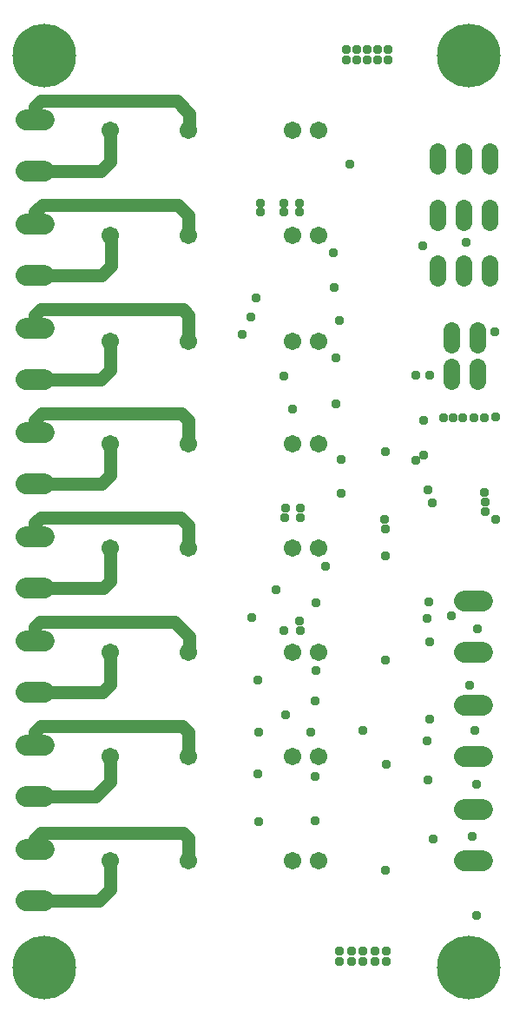
<source format=gbr>
G04 EAGLE Gerber RS-274X export*
G75*
%MOMM*%
%FSLAX34Y34*%
%LPD*%
%INSoldermask Bottom*%
%IPPOS*%
%AMOC8*
5,1,8,0,0,1.08239X$1,22.5*%
G01*
%ADD10C,1.270000*%
%ADD11C,1.711200*%
%ADD12C,2.003200*%
%ADD13C,1.625600*%
%ADD14C,6.203200*%
%ADD15C,0.959600*%


D10*
X37719Y806831D02*
X170053Y806831D01*
X37719Y806831D02*
X31750Y800862D01*
X31750Y788270D01*
X170053Y806831D02*
X182372Y794512D01*
X182372Y779272D01*
X105410Y778510D02*
X105410Y747776D01*
X95904Y738270D02*
X31750Y738270D01*
X95904Y738270D02*
X105410Y747776D01*
X39116Y705866D02*
X31750Y698500D01*
X31750Y686670D01*
X39116Y705866D02*
X170942Y705866D01*
X181610Y695198D01*
X181610Y675640D01*
X106172Y674878D02*
X106172Y646049D01*
X96793Y636670D02*
X31750Y636670D01*
X96793Y636670D02*
X106172Y646049D01*
X37465Y603504D02*
X176022Y603504D01*
X37465Y603504D02*
X31750Y597789D01*
X31750Y585070D01*
X176022Y603504D02*
X181610Y597916D01*
X181610Y572770D01*
X105410Y572770D02*
X105410Y544703D01*
X95777Y535070D02*
X31750Y535070D01*
X95777Y535070D02*
X105410Y544703D01*
X31750Y495935D02*
X31750Y483470D01*
X31750Y495935D02*
X38100Y502285D01*
X175006Y502285D01*
X181610Y495681D02*
X181610Y472440D01*
X181610Y495681D02*
X175006Y502285D01*
X96666Y433470D02*
X31750Y433470D01*
X96666Y433470D02*
X105410Y442214D01*
X105410Y472440D01*
X37211Y400812D02*
X174117Y400812D01*
X181610Y393319D02*
X181610Y370840D01*
X31750Y381870D02*
X31750Y395351D01*
X37211Y400812D01*
X174117Y400812D02*
X181610Y393319D01*
X98317Y331870D02*
X31750Y331870D01*
X98317Y331870D02*
X105410Y338963D01*
X105410Y370840D01*
X31750Y294259D02*
X31750Y280270D01*
X31750Y294259D02*
X36830Y299339D01*
X167894Y299339D01*
X182499Y284734D01*
X182499Y270129D01*
X97936Y230270D02*
X31750Y230270D01*
X105410Y237744D02*
X105410Y269240D01*
X105410Y237744D02*
X97936Y230270D01*
X31750Y191770D02*
X31750Y178670D01*
X31750Y191770D02*
X37465Y197485D01*
X175895Y197485D01*
X181610Y191770D02*
X181610Y167640D01*
X181610Y191770D02*
X175895Y197485D01*
X105410Y143510D02*
X90570Y128670D01*
X105410Y143510D02*
X105410Y167640D01*
X90570Y128670D02*
X31750Y128670D01*
X37592Y93345D02*
X176276Y93345D01*
X31750Y87503D02*
X31750Y77070D01*
X31750Y87503D02*
X37592Y93345D01*
X176276Y93345D02*
X181610Y88011D01*
X181610Y66040D01*
X105410Y66040D02*
X105410Y38608D01*
X93872Y27070D01*
X31750Y27070D01*
D11*
X105410Y167640D03*
X181610Y167640D03*
X283210Y167640D03*
X308610Y167640D03*
X105410Y269240D03*
X181610Y269240D03*
X283210Y269240D03*
X308610Y269240D03*
X105410Y370840D03*
X181610Y370840D03*
X283210Y370840D03*
X308610Y370840D03*
X105410Y472440D03*
X181610Y472440D03*
X283210Y472440D03*
X308610Y472440D03*
X105410Y66040D03*
X181610Y66040D03*
X283210Y66040D03*
X308610Y66040D03*
X105410Y572770D03*
X181610Y572770D03*
X283210Y572770D03*
X308610Y572770D03*
X105410Y778510D03*
X181610Y778510D03*
X283210Y778510D03*
X308610Y778510D03*
X105410Y675640D03*
X181610Y675640D03*
X283210Y675640D03*
X308610Y675640D03*
D12*
X40750Y77070D02*
X22750Y77070D01*
X22750Y27070D02*
X40750Y27070D01*
X40750Y178670D02*
X22750Y178670D01*
X22750Y128670D02*
X40750Y128670D01*
X40750Y280270D02*
X22750Y280270D01*
X22750Y230270D02*
X40750Y230270D01*
X40750Y381870D02*
X22750Y381870D01*
X22750Y331870D02*
X40750Y331870D01*
X40750Y483470D02*
X22750Y483470D01*
X22750Y433470D02*
X40750Y433470D01*
X40750Y585070D02*
X22750Y585070D01*
X22750Y535070D02*
X40750Y535070D01*
X40750Y788270D02*
X22750Y788270D01*
X22750Y738270D02*
X40750Y738270D01*
X40750Y686670D02*
X22750Y686670D01*
X22750Y636670D02*
X40750Y636670D01*
X450740Y66440D02*
X468740Y66440D01*
X468740Y116440D02*
X450740Y116440D01*
X450740Y168040D02*
X468740Y168040D01*
X468740Y218040D02*
X450740Y218040D01*
X450740Y269640D02*
X468740Y269640D01*
X468740Y319640D02*
X450740Y319640D01*
D13*
X424180Y634238D02*
X424180Y648462D01*
X449580Y648462D02*
X449580Y634238D01*
X474980Y634238D02*
X474980Y648462D01*
X424180Y743458D02*
X424180Y757682D01*
X449580Y757682D02*
X449580Y743458D01*
X474980Y743458D02*
X474980Y757682D01*
X424180Y703072D02*
X424180Y688848D01*
X449580Y688848D02*
X449580Y703072D01*
X474980Y703072D02*
X474980Y688848D01*
X463550Y583692D02*
X463550Y569468D01*
X438150Y569468D02*
X438150Y583692D01*
X463550Y548132D02*
X463550Y533908D01*
X438150Y533908D02*
X438150Y548132D01*
D14*
X40640Y850900D03*
X40640Y-38100D03*
X454660Y850900D03*
X454660Y-38100D03*
D15*
X410921Y461721D03*
X410591Y495427D03*
X415290Y427990D03*
X403225Y456565D03*
X335280Y857250D03*
X345440Y857250D03*
X355600Y857250D03*
X365760Y857250D03*
X375920Y857250D03*
X375920Y847090D03*
X365760Y847090D03*
X355600Y847090D03*
X345440Y847090D03*
X335280Y847090D03*
X419100Y415290D03*
X330200Y457200D03*
X330200Y424180D03*
X325120Y511810D03*
X325120Y556260D03*
X328930Y593090D03*
X323850Y624840D03*
X322580Y659130D03*
X452120Y669290D03*
X410210Y665480D03*
X480060Y581660D03*
X463550Y292100D03*
X416560Y279400D03*
X455930Y237490D03*
X461010Y193040D03*
X414020Y182880D03*
X416560Y204470D03*
X462280Y140970D03*
X415290Y144780D03*
X458470Y90170D03*
X420370Y87630D03*
X462280Y12700D03*
X374650Y-21590D03*
X363220Y-21590D03*
X351790Y-21590D03*
X340360Y-21590D03*
X328930Y-21590D03*
X328930Y-31750D03*
X340360Y-31750D03*
X351790Y-31750D03*
X363220Y-31750D03*
X374650Y-31750D03*
X250190Y104140D03*
X304800Y105410D03*
X304800Y148590D03*
X248920Y151130D03*
X300990Y191770D03*
X250190Y191770D03*
X248920Y242570D03*
X306070Y251460D03*
X304800Y222250D03*
X306070Y317500D03*
X266700Y330200D03*
X314960Y353060D03*
X274320Y538480D03*
X471170Y406400D03*
X290040Y707588D03*
X274320Y707588D03*
X251460Y707588D03*
X275590Y401122D03*
X290830Y401122D03*
X373683Y389692D03*
X471170Y416362D03*
X470380Y425450D03*
X373098Y398780D03*
X290830Y410210D03*
X276380Y410210D03*
X251460Y698500D03*
X274320Y698500D03*
X290040Y698500D03*
X242185Y596515D03*
X243106Y303530D03*
X290040Y299918D03*
X414020Y302260D03*
X438150Y304800D03*
X233680Y579120D03*
X276380Y208280D03*
X351790Y193040D03*
X481080Y498860D03*
X481158Y398780D03*
X290830Y290830D03*
X274320Y290830D03*
X247678Y614680D03*
X339090Y745490D03*
X283210Y506730D03*
X415826Y318770D03*
X373380Y57150D03*
X469900Y497840D03*
X459740Y497840D03*
X374650Y160020D03*
X448988Y498411D03*
X373380Y261620D03*
X439900Y497840D03*
X373380Y363220D03*
X430530Y497840D03*
X373380Y464820D03*
X403380Y539750D03*
X417040Y539750D03*
M02*

</source>
